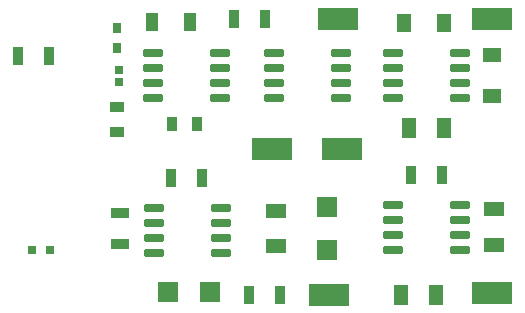
<source format=gtp>
G04*
G04 #@! TF.GenerationSoftware,Altium Limited,Altium Designer,25.4.2 (15)*
G04*
G04 Layer_Color=8421504*
%FSLAX44Y44*%
%MOMM*%
G71*
G04*
G04 #@! TF.SameCoordinates,11C6A8BD-48F9-44D4-97C0-98E840ED0286*
G04*
G04*
G04 #@! TF.FilePolarity,Positive*
G04*
G01*
G75*
%ADD15R,1.2500X1.5000*%
%ADD16R,1.5621X0.8581*%
G04:AMPARAMS|DCode=17|XSize=0.65mm|YSize=1.65mm|CornerRadius=0.0488mm|HoleSize=0mm|Usage=FLASHONLY|Rotation=90.000|XOffset=0mm|YOffset=0mm|HoleType=Round|Shape=RoundedRectangle|*
%AMROUNDEDRECTD17*
21,1,0.6500,1.5525,0,0,90.0*
21,1,0.5525,1.6500,0,0,90.0*
1,1,0.0975,0.7763,0.2763*
1,1,0.0975,0.7763,-0.2763*
1,1,0.0975,-0.7763,-0.2763*
1,1,0.0975,-0.7763,0.2763*
%
%ADD17ROUNDEDRECTD17*%
%ADD18R,0.8000X0.8000*%
%ADD19R,0.8581X1.5621*%
%ADD20R,3.4500X1.8500*%
%ADD21R,1.5000X1.2500*%
%ADD22R,0.8000X0.9000*%
%ADD23R,1.0000X1.5000*%
%ADD24R,1.2000X0.9000*%
%ADD25R,0.9000X1.2000*%
%ADD26R,1.7000X1.6800*%
%ADD27R,1.6800X1.7000*%
%ADD28R,1.1500X1.8000*%
%ADD29R,1.8000X1.1500*%
%ADD30R,0.7200X0.7200*%
D15*
X733850Y844550D02*
D03*
X768350Y844550D02*
D03*
D16*
X494030Y657290D02*
D03*
Y683830D02*
D03*
D17*
X781360Y781050D02*
D03*
Y793750D02*
D03*
Y806450D02*
D03*
Y819150D02*
D03*
X724860Y781050D02*
D03*
Y793750D02*
D03*
Y806450D02*
D03*
Y819150D02*
D03*
X578160Y781050D02*
D03*
Y793750D02*
D03*
Y806450D02*
D03*
Y819150D02*
D03*
X521660Y781050D02*
D03*
Y793750D02*
D03*
Y806450D02*
D03*
Y819150D02*
D03*
X781360Y652780D02*
D03*
Y665480D02*
D03*
Y678180D02*
D03*
Y690880D02*
D03*
X724860Y652780D02*
D03*
Y665480D02*
D03*
Y678180D02*
D03*
Y690880D02*
D03*
X522930Y688340D02*
D03*
Y675640D02*
D03*
Y662940D02*
D03*
Y650240D02*
D03*
X579430Y688340D02*
D03*
Y675640D02*
D03*
Y662940D02*
D03*
Y650240D02*
D03*
X624530Y819150D02*
D03*
Y806450D02*
D03*
Y793750D02*
D03*
Y781050D02*
D03*
X681030Y819150D02*
D03*
Y806450D02*
D03*
Y793750D02*
D03*
Y781050D02*
D03*
D18*
X434340Y652780D02*
D03*
X419340D02*
D03*
D19*
X433640Y816610D02*
D03*
X407100D02*
D03*
X602680Y614680D02*
D03*
X629220D02*
D03*
X766380Y716280D02*
D03*
X739840D02*
D03*
X563180Y713740D02*
D03*
X536640D02*
D03*
X616520Y848360D02*
D03*
X589980D02*
D03*
D20*
X622300Y737870D02*
D03*
X808990Y615950D02*
D03*
Y848360D02*
D03*
X681990Y737870D02*
D03*
X670560Y614680D02*
D03*
X678180Y848360D02*
D03*
D21*
X808990Y782850D02*
D03*
X808990Y817350D02*
D03*
D22*
X491490Y823350D02*
D03*
Y840350D02*
D03*
D23*
X553210Y845820D02*
D03*
X521210D02*
D03*
D24*
X491490Y773770D02*
D03*
Y752770D02*
D03*
D25*
X538140Y759460D02*
D03*
X559140D02*
D03*
D26*
X570350Y617220D02*
D03*
X534550D02*
D03*
D27*
X669290Y652660D02*
D03*
Y688460D02*
D03*
D28*
X761760Y614680D02*
D03*
X731760D02*
D03*
X738110Y755650D02*
D03*
X768110D02*
D03*
D29*
X810260Y656830D02*
D03*
Y686830D02*
D03*
X626110Y685560D02*
D03*
Y655560D02*
D03*
D30*
X492760Y805100D02*
D03*
Y795100D02*
D03*
M02*

</source>
